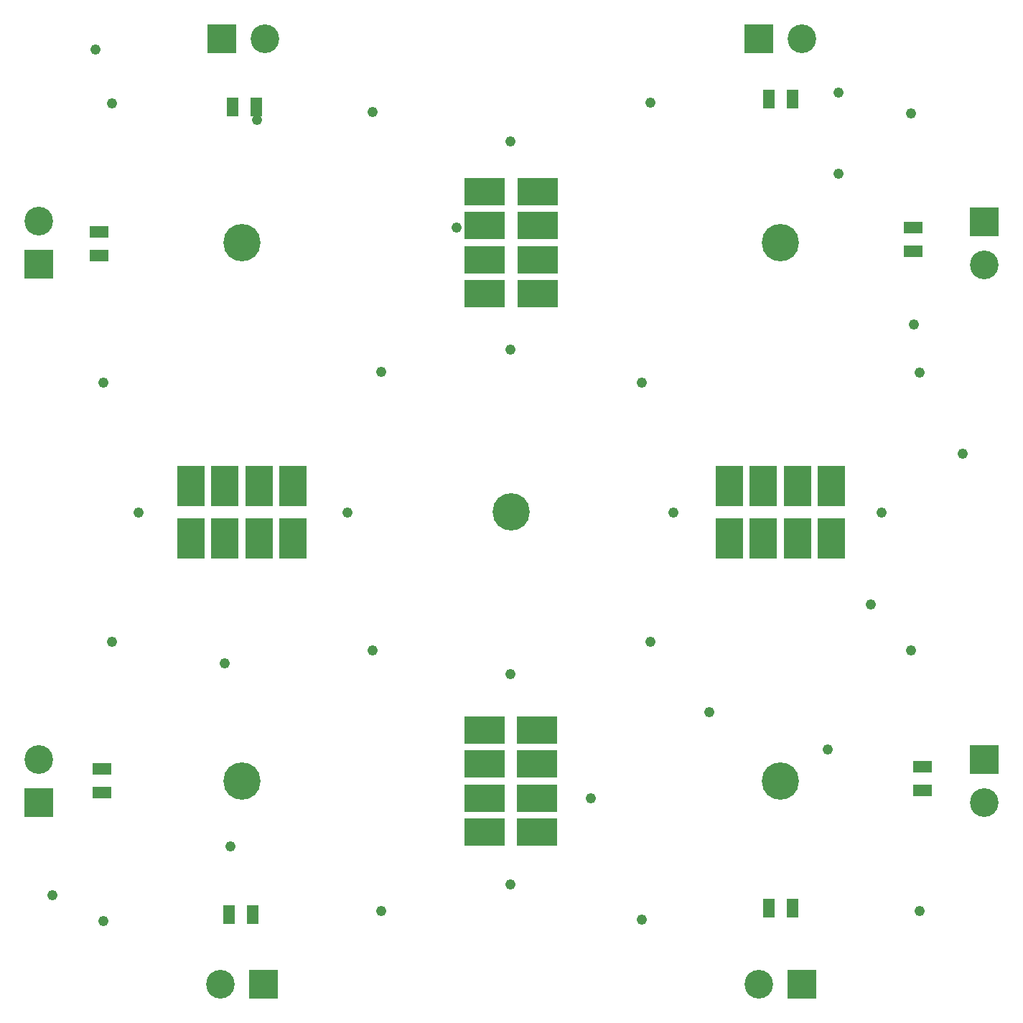
<source format=gbs>
%FSLAX25Y25*%
%MOIN*%
G70*
G01*
G75*
G04 Layer_Color=48896*
%ADD10R,0.05906X0.05906*%
%ADD11P,0.08352X4X345.0*%
%ADD12P,0.08352X4X285.0*%
%ADD13C,0.02500*%
%ADD14C,0.05000*%
%ADD15C,0.16500*%
%ADD16R,0.12500X0.12500*%
%ADD17C,0.12500*%
%ADD18R,0.12500X0.12500*%
%ADD19C,0.04000*%
%ADD20R,0.05000X0.08000*%
%ADD21R,0.08000X0.05000*%
%ADD22R,0.17716X0.12205*%
%ADD23R,0.12205X0.17716*%
%ADD24C,0.01000*%
%ADD25C,0.01200*%
%ADD26R,0.04906X0.04906*%
%ADD27P,0.06937X4X345.0*%
%ADD28P,0.06937X4X285.0*%
%ADD29R,0.04000X0.07000*%
%ADD30R,0.07000X0.04000*%
%ADD31R,0.16716X0.11205*%
%ADD32R,0.11205X0.16716*%
%ADD33R,0.06706X0.06706*%
%ADD34P,0.09483X4X345.0*%
%ADD35P,0.09483X4X285.0*%
%ADD36C,0.17300*%
%ADD37R,0.13300X0.13300*%
%ADD38C,0.13300*%
%ADD39R,0.13300X0.13300*%
%ADD40C,0.04800*%
%ADD41R,0.05800X0.08800*%
%ADD42R,0.08800X0.05800*%
%ADD43R,0.18517X0.13005*%
%ADD44R,0.13005X0.18517*%
D36*
X663000Y413000D02*
D03*
X413000Y663000D02*
D03*
X663000D02*
D03*
X538000Y538000D02*
D03*
X413000Y413000D02*
D03*
D37*
X318500Y653000D02*
D03*
Y403000D02*
D03*
X757500Y423000D02*
D03*
Y672500D02*
D03*
D38*
X318500Y673000D02*
D03*
Y423000D02*
D03*
X403000Y318500D02*
D03*
X653000D02*
D03*
X757500Y403000D02*
D03*
Y652500D02*
D03*
X673000Y757500D02*
D03*
X423500D02*
D03*
D39*
X423000Y318500D02*
D03*
X673000D02*
D03*
X653000Y757500D02*
D03*
X403500D02*
D03*
D40*
X461752Y537500D02*
D03*
X405000Y467500D02*
D03*
X575000Y405000D02*
D03*
X512500Y670000D02*
D03*
X670000Y522500D02*
D03*
X405000Y550000D02*
D03*
X420000Y720000D02*
D03*
X690000Y695000D02*
D03*
Y732500D02*
D03*
X365000Y537500D02*
D03*
X537500Y710000D02*
D03*
X710000Y537500D02*
D03*
X537500Y365000D02*
D03*
X705000Y495000D02*
D03*
X685000Y427500D02*
D03*
X407500Y382500D02*
D03*
X325000Y360000D02*
D03*
X747500Y565000D02*
D03*
X725000Y625000D02*
D03*
X345000Y752500D02*
D03*
X630000Y445000D02*
D03*
X348500Y348000D02*
D03*
X598500Y348500D02*
D03*
X723500Y473500D02*
D03*
X473500D02*
D03*
X348500Y598000D02*
D03*
X598500D02*
D03*
X723500Y723000D02*
D03*
X473500Y723500D02*
D03*
X352500Y727500D02*
D03*
X602500Y728000D02*
D03*
X727500Y602500D02*
D03*
X477500Y603000D02*
D03*
X352644Y477702D02*
D03*
X602500Y477500D02*
D03*
X727500Y352500D02*
D03*
X477500D02*
D03*
X420000Y525000D02*
D03*
Y549606D02*
D03*
X525000Y655000D02*
D03*
X549606D02*
D03*
X537500Y613248D02*
D03*
X655000Y550000D02*
D03*
Y525394D02*
D03*
X613248Y537500D02*
D03*
X537500Y462500D02*
D03*
X525394Y420748D02*
D03*
X550000D02*
D03*
D41*
X668500Y354000D02*
D03*
X657500D02*
D03*
X407000Y351000D02*
D03*
X418000D02*
D03*
X668500Y729500D02*
D03*
X657500D02*
D03*
X419500Y726000D02*
D03*
X408500D02*
D03*
D42*
X346500Y668000D02*
D03*
Y657000D02*
D03*
X348000Y418500D02*
D03*
Y407500D02*
D03*
X729000Y408500D02*
D03*
Y419500D02*
D03*
X724500Y659000D02*
D03*
Y670000D02*
D03*
D43*
X525394Y389252D02*
D03*
X550000D02*
D03*
X525394Y405000D02*
D03*
Y420748D02*
D03*
Y436496D02*
D03*
X550000Y405000D02*
D03*
Y420748D02*
D03*
Y436496D02*
D03*
X550106Y686496D02*
D03*
X525500D02*
D03*
X550106Y670748D02*
D03*
Y655000D02*
D03*
Y639252D02*
D03*
X525500Y670748D02*
D03*
Y655000D02*
D03*
Y639252D02*
D03*
D44*
X686496Y525394D02*
D03*
Y550000D02*
D03*
X670748Y525394D02*
D03*
X655000D02*
D03*
X639252D02*
D03*
X670748Y550000D02*
D03*
X655000D02*
D03*
X639252D02*
D03*
X389252D02*
D03*
Y525394D02*
D03*
X405000Y550000D02*
D03*
X420748D02*
D03*
X436496D02*
D03*
X405000Y525394D02*
D03*
X420748D02*
D03*
X436496D02*
D03*
M02*

</source>
